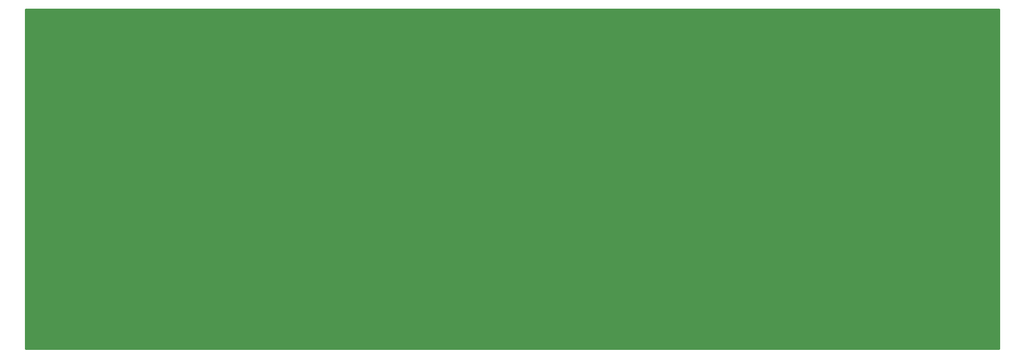
<source format=gm1>
G04 #@! TF.GenerationSoftware,KiCad,Pcbnew,(5.0.1)-3*
G04 #@! TF.CreationDate,2019-01-07T08:59:27+01:00*
G04 #@! TF.ProjectId,P300_Arduino_IF,503330305F41726475696E6F5F49462E,rev?*
G04 #@! TF.SameCoordinates,Original*
G04 #@! TF.FileFunction,Profile,NP*
%FSLAX46Y46*%
G04 Gerber Fmt 4.6, Leading zero omitted, Abs format (unit mm)*
G04 Created by KiCad (PCBNEW (5.0.1)-3) date 07.01.2019 08:59:27*
%MOMM*%
%LPD*%
G01*
G04 APERTURE LIST*
%ADD10C,0.254000*%
G04 APERTURE END LIST*
D10*
G36*
X239903000Y-121793000D02*
X87757000Y-121793000D01*
X87757000Y-68707000D01*
X239903000Y-68707000D01*
X239903000Y-121793000D01*
X239903000Y-121793000D01*
G37*
X239903000Y-121793000D02*
X87757000Y-121793000D01*
X87757000Y-68707000D01*
X239903000Y-68707000D01*
X239903000Y-121793000D01*
M02*

</source>
